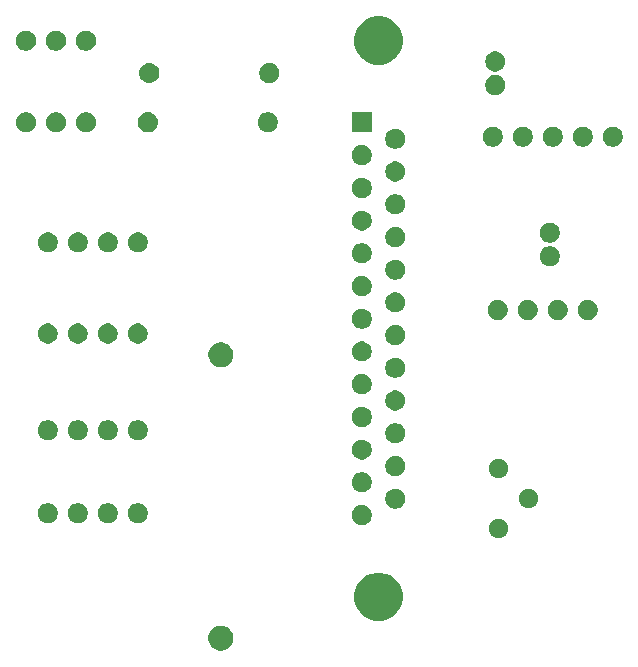
<source format=gbr>
G04 #@! TF.GenerationSoftware,KiCad,Pcbnew,(5.1.0)-1*
G04 #@! TF.CreationDate,2019-06-13T21:54:41+03:00*
G04 #@! TF.ProjectId,Eco-PCB-2,45636f2d-5043-4422-9d32-2e6b69636164,rev?*
G04 #@! TF.SameCoordinates,Original*
G04 #@! TF.FileFunction,Soldermask,Bot*
G04 #@! TF.FilePolarity,Negative*
%FSLAX46Y46*%
G04 Gerber Fmt 4.6, Leading zero omitted, Abs format (unit mm)*
G04 Created by KiCad (PCBNEW (5.1.0)-1) date 2019-06-13 21:54:41*
%MOMM*%
%LPD*%
G04 APERTURE LIST*
%ADD10C,0.100000*%
G04 APERTURE END LIST*
D10*
G36*
X106355364Y-147184189D02*
G01*
X106546633Y-147263415D01*
X106546635Y-147263416D01*
X106718773Y-147378435D01*
X106865165Y-147524827D01*
X106980185Y-147696967D01*
X107059411Y-147888236D01*
X107099800Y-148091284D01*
X107099800Y-148298316D01*
X107059411Y-148501364D01*
X106980185Y-148692633D01*
X106980184Y-148692635D01*
X106865165Y-148864773D01*
X106718773Y-149011165D01*
X106546635Y-149126184D01*
X106546634Y-149126185D01*
X106546633Y-149126185D01*
X106355364Y-149205411D01*
X106152316Y-149245800D01*
X105945284Y-149245800D01*
X105742236Y-149205411D01*
X105550967Y-149126185D01*
X105550966Y-149126185D01*
X105550965Y-149126184D01*
X105378827Y-149011165D01*
X105232435Y-148864773D01*
X105117416Y-148692635D01*
X105117415Y-148692633D01*
X105038189Y-148501364D01*
X104997800Y-148298316D01*
X104997800Y-148091284D01*
X105038189Y-147888236D01*
X105117415Y-147696967D01*
X105232435Y-147524827D01*
X105378827Y-147378435D01*
X105550965Y-147263416D01*
X105550967Y-147263415D01*
X105742236Y-147184189D01*
X105945284Y-147143800D01*
X106152316Y-147143800D01*
X106355364Y-147184189D01*
X106355364Y-147184189D01*
G37*
G36*
X120003654Y-142731618D02*
G01*
X120376911Y-142886226D01*
X120376913Y-142886227D01*
X120712836Y-143110684D01*
X120998516Y-143396364D01*
X121222974Y-143732289D01*
X121377582Y-144105546D01*
X121456400Y-144501793D01*
X121456400Y-144905807D01*
X121377582Y-145302054D01*
X121222974Y-145675311D01*
X121222973Y-145675313D01*
X120998516Y-146011236D01*
X120712836Y-146296916D01*
X120376913Y-146521373D01*
X120376912Y-146521374D01*
X120376911Y-146521374D01*
X120003654Y-146675982D01*
X119607407Y-146754800D01*
X119203393Y-146754800D01*
X118807146Y-146675982D01*
X118433889Y-146521374D01*
X118433888Y-146521374D01*
X118433887Y-146521373D01*
X118097964Y-146296916D01*
X117812284Y-146011236D01*
X117587827Y-145675313D01*
X117587826Y-145675311D01*
X117433218Y-145302054D01*
X117354400Y-144905807D01*
X117354400Y-144501793D01*
X117433218Y-144105546D01*
X117587826Y-143732289D01*
X117812284Y-143396364D01*
X118097964Y-143110684D01*
X118433887Y-142886227D01*
X118433889Y-142886226D01*
X118807146Y-142731618D01*
X119203393Y-142652800D01*
X119607407Y-142652800D01*
X120003654Y-142731618D01*
X120003654Y-142731618D01*
G37*
G36*
X129802542Y-138130842D02*
G01*
X129950501Y-138192129D01*
X130083655Y-138281099D01*
X130196901Y-138394345D01*
X130285871Y-138527499D01*
X130347158Y-138675458D01*
X130378400Y-138832525D01*
X130378400Y-138992675D01*
X130347158Y-139149742D01*
X130285871Y-139297701D01*
X130196901Y-139430855D01*
X130083655Y-139544101D01*
X129950501Y-139633071D01*
X129802542Y-139694358D01*
X129645475Y-139725600D01*
X129485325Y-139725600D01*
X129328258Y-139694358D01*
X129180299Y-139633071D01*
X129047145Y-139544101D01*
X128933899Y-139430855D01*
X128844929Y-139297701D01*
X128783642Y-139149742D01*
X128752400Y-138992675D01*
X128752400Y-138832525D01*
X128783642Y-138675458D01*
X128844929Y-138527499D01*
X128933899Y-138394345D01*
X129047145Y-138281099D01*
X129180299Y-138192129D01*
X129328258Y-138130842D01*
X129485325Y-138099600D01*
X129645475Y-138099600D01*
X129802542Y-138130842D01*
X129802542Y-138130842D01*
G37*
G36*
X118233628Y-136955503D02*
G01*
X118388500Y-137019653D01*
X118527881Y-137112785D01*
X118646415Y-137231319D01*
X118739547Y-137370700D01*
X118803697Y-137525572D01*
X118836400Y-137689984D01*
X118836400Y-137857616D01*
X118803697Y-138022028D01*
X118739547Y-138176900D01*
X118646415Y-138316281D01*
X118527881Y-138434815D01*
X118388500Y-138527947D01*
X118233628Y-138592097D01*
X118069216Y-138624800D01*
X117901584Y-138624800D01*
X117737172Y-138592097D01*
X117582300Y-138527947D01*
X117442919Y-138434815D01*
X117324385Y-138316281D01*
X117231253Y-138176900D01*
X117167103Y-138022028D01*
X117134400Y-137857616D01*
X117134400Y-137689984D01*
X117167103Y-137525572D01*
X117231253Y-137370700D01*
X117324385Y-137231319D01*
X117442919Y-137112785D01*
X117582300Y-137019653D01*
X117737172Y-136955503D01*
X117901584Y-136922800D01*
X118069216Y-136922800D01*
X118233628Y-136955503D01*
X118233628Y-136955503D01*
G37*
G36*
X99270128Y-136798903D02*
G01*
X99425000Y-136863053D01*
X99564381Y-136956185D01*
X99682915Y-137074719D01*
X99776047Y-137214100D01*
X99840197Y-137368972D01*
X99872900Y-137533384D01*
X99872900Y-137701016D01*
X99840197Y-137865428D01*
X99776047Y-138020300D01*
X99682915Y-138159681D01*
X99564381Y-138278215D01*
X99425000Y-138371347D01*
X99270128Y-138435497D01*
X99105716Y-138468200D01*
X98938084Y-138468200D01*
X98773672Y-138435497D01*
X98618800Y-138371347D01*
X98479419Y-138278215D01*
X98360885Y-138159681D01*
X98267753Y-138020300D01*
X98203603Y-137865428D01*
X98170900Y-137701016D01*
X98170900Y-137533384D01*
X98203603Y-137368972D01*
X98267753Y-137214100D01*
X98360885Y-137074719D01*
X98479419Y-136956185D01*
X98618800Y-136863053D01*
X98773672Y-136798903D01*
X98938084Y-136766200D01*
X99105716Y-136766200D01*
X99270128Y-136798903D01*
X99270128Y-136798903D01*
G37*
G36*
X96730128Y-136798903D02*
G01*
X96885000Y-136863053D01*
X97024381Y-136956185D01*
X97142915Y-137074719D01*
X97236047Y-137214100D01*
X97300197Y-137368972D01*
X97332900Y-137533384D01*
X97332900Y-137701016D01*
X97300197Y-137865428D01*
X97236047Y-138020300D01*
X97142915Y-138159681D01*
X97024381Y-138278215D01*
X96885000Y-138371347D01*
X96730128Y-138435497D01*
X96565716Y-138468200D01*
X96398084Y-138468200D01*
X96233672Y-138435497D01*
X96078800Y-138371347D01*
X95939419Y-138278215D01*
X95820885Y-138159681D01*
X95727753Y-138020300D01*
X95663603Y-137865428D01*
X95630900Y-137701016D01*
X95630900Y-137533384D01*
X95663603Y-137368972D01*
X95727753Y-137214100D01*
X95820885Y-137074719D01*
X95939419Y-136956185D01*
X96078800Y-136863053D01*
X96233672Y-136798903D01*
X96398084Y-136766200D01*
X96565716Y-136766200D01*
X96730128Y-136798903D01*
X96730128Y-136798903D01*
G37*
G36*
X94190128Y-136798903D02*
G01*
X94345000Y-136863053D01*
X94484381Y-136956185D01*
X94602915Y-137074719D01*
X94696047Y-137214100D01*
X94760197Y-137368972D01*
X94792900Y-137533384D01*
X94792900Y-137701016D01*
X94760197Y-137865428D01*
X94696047Y-138020300D01*
X94602915Y-138159681D01*
X94484381Y-138278215D01*
X94345000Y-138371347D01*
X94190128Y-138435497D01*
X94025716Y-138468200D01*
X93858084Y-138468200D01*
X93693672Y-138435497D01*
X93538800Y-138371347D01*
X93399419Y-138278215D01*
X93280885Y-138159681D01*
X93187753Y-138020300D01*
X93123603Y-137865428D01*
X93090900Y-137701016D01*
X93090900Y-137533384D01*
X93123603Y-137368972D01*
X93187753Y-137214100D01*
X93280885Y-137074719D01*
X93399419Y-136956185D01*
X93538800Y-136863053D01*
X93693672Y-136798903D01*
X93858084Y-136766200D01*
X94025716Y-136766200D01*
X94190128Y-136798903D01*
X94190128Y-136798903D01*
G37*
G36*
X91650128Y-136798903D02*
G01*
X91805000Y-136863053D01*
X91944381Y-136956185D01*
X92062915Y-137074719D01*
X92156047Y-137214100D01*
X92220197Y-137368972D01*
X92252900Y-137533384D01*
X92252900Y-137701016D01*
X92220197Y-137865428D01*
X92156047Y-138020300D01*
X92062915Y-138159681D01*
X91944381Y-138278215D01*
X91805000Y-138371347D01*
X91650128Y-138435497D01*
X91485716Y-138468200D01*
X91318084Y-138468200D01*
X91153672Y-138435497D01*
X90998800Y-138371347D01*
X90859419Y-138278215D01*
X90740885Y-138159681D01*
X90647753Y-138020300D01*
X90583603Y-137865428D01*
X90550900Y-137701016D01*
X90550900Y-137533384D01*
X90583603Y-137368972D01*
X90647753Y-137214100D01*
X90740885Y-137074719D01*
X90859419Y-136956185D01*
X90998800Y-136863053D01*
X91153672Y-136798903D01*
X91318084Y-136766200D01*
X91485716Y-136766200D01*
X91650128Y-136798903D01*
X91650128Y-136798903D01*
G37*
G36*
X121073628Y-135570503D02*
G01*
X121228500Y-135634653D01*
X121367881Y-135727785D01*
X121486415Y-135846319D01*
X121579547Y-135985700D01*
X121643697Y-136140572D01*
X121676400Y-136304984D01*
X121676400Y-136472616D01*
X121643697Y-136637028D01*
X121579547Y-136791900D01*
X121486415Y-136931281D01*
X121367881Y-137049815D01*
X121228500Y-137142947D01*
X121073628Y-137207097D01*
X120909216Y-137239800D01*
X120741584Y-137239800D01*
X120577172Y-137207097D01*
X120422300Y-137142947D01*
X120282919Y-137049815D01*
X120164385Y-136931281D01*
X120071253Y-136791900D01*
X120007103Y-136637028D01*
X119974400Y-136472616D01*
X119974400Y-136304984D01*
X120007103Y-136140572D01*
X120071253Y-135985700D01*
X120164385Y-135846319D01*
X120282919Y-135727785D01*
X120422300Y-135634653D01*
X120577172Y-135570503D01*
X120741584Y-135537800D01*
X120909216Y-135537800D01*
X121073628Y-135570503D01*
X121073628Y-135570503D01*
G37*
G36*
X132342542Y-135590842D02*
G01*
X132490501Y-135652129D01*
X132623655Y-135741099D01*
X132736901Y-135854345D01*
X132825871Y-135987499D01*
X132887158Y-136135458D01*
X132918400Y-136292525D01*
X132918400Y-136452675D01*
X132887158Y-136609742D01*
X132825871Y-136757701D01*
X132736901Y-136890855D01*
X132623655Y-137004101D01*
X132490501Y-137093071D01*
X132342542Y-137154358D01*
X132185475Y-137185600D01*
X132025325Y-137185600D01*
X131868258Y-137154358D01*
X131720299Y-137093071D01*
X131587145Y-137004101D01*
X131473899Y-136890855D01*
X131384929Y-136757701D01*
X131323642Y-136609742D01*
X131292400Y-136452675D01*
X131292400Y-136292525D01*
X131323642Y-136135458D01*
X131384929Y-135987499D01*
X131473899Y-135854345D01*
X131587145Y-135741099D01*
X131720299Y-135652129D01*
X131868258Y-135590842D01*
X132025325Y-135559600D01*
X132185475Y-135559600D01*
X132342542Y-135590842D01*
X132342542Y-135590842D01*
G37*
G36*
X118233628Y-134185503D02*
G01*
X118388500Y-134249653D01*
X118527881Y-134342785D01*
X118646415Y-134461319D01*
X118739547Y-134600700D01*
X118803697Y-134755572D01*
X118836400Y-134919984D01*
X118836400Y-135087616D01*
X118803697Y-135252028D01*
X118739547Y-135406900D01*
X118646415Y-135546281D01*
X118527881Y-135664815D01*
X118388500Y-135757947D01*
X118233628Y-135822097D01*
X118069216Y-135854800D01*
X117901584Y-135854800D01*
X117737172Y-135822097D01*
X117582300Y-135757947D01*
X117442919Y-135664815D01*
X117324385Y-135546281D01*
X117231253Y-135406900D01*
X117167103Y-135252028D01*
X117134400Y-135087616D01*
X117134400Y-134919984D01*
X117167103Y-134755572D01*
X117231253Y-134600700D01*
X117324385Y-134461319D01*
X117442919Y-134342785D01*
X117582300Y-134249653D01*
X117737172Y-134185503D01*
X117901584Y-134152800D01*
X118069216Y-134152800D01*
X118233628Y-134185503D01*
X118233628Y-134185503D01*
G37*
G36*
X129802542Y-133050842D02*
G01*
X129950501Y-133112129D01*
X130083655Y-133201099D01*
X130196901Y-133314345D01*
X130285871Y-133447499D01*
X130347158Y-133595458D01*
X130378400Y-133752525D01*
X130378400Y-133912675D01*
X130347158Y-134069742D01*
X130285871Y-134217701D01*
X130196901Y-134350855D01*
X130083655Y-134464101D01*
X129950501Y-134553071D01*
X129802542Y-134614358D01*
X129645475Y-134645600D01*
X129485325Y-134645600D01*
X129328258Y-134614358D01*
X129180299Y-134553071D01*
X129047145Y-134464101D01*
X128933899Y-134350855D01*
X128844929Y-134217701D01*
X128783642Y-134069742D01*
X128752400Y-133912675D01*
X128752400Y-133752525D01*
X128783642Y-133595458D01*
X128844929Y-133447499D01*
X128933899Y-133314345D01*
X129047145Y-133201099D01*
X129180299Y-133112129D01*
X129328258Y-133050842D01*
X129485325Y-133019600D01*
X129645475Y-133019600D01*
X129802542Y-133050842D01*
X129802542Y-133050842D01*
G37*
G36*
X121073628Y-132800503D02*
G01*
X121228500Y-132864653D01*
X121367881Y-132957785D01*
X121486415Y-133076319D01*
X121579547Y-133215700D01*
X121643697Y-133370572D01*
X121676400Y-133534984D01*
X121676400Y-133702616D01*
X121643697Y-133867028D01*
X121579547Y-134021900D01*
X121486415Y-134161281D01*
X121367881Y-134279815D01*
X121228500Y-134372947D01*
X121073628Y-134437097D01*
X120909216Y-134469800D01*
X120741584Y-134469800D01*
X120577172Y-134437097D01*
X120422300Y-134372947D01*
X120282919Y-134279815D01*
X120164385Y-134161281D01*
X120071253Y-134021900D01*
X120007103Y-133867028D01*
X119974400Y-133702616D01*
X119974400Y-133534984D01*
X120007103Y-133370572D01*
X120071253Y-133215700D01*
X120164385Y-133076319D01*
X120282919Y-132957785D01*
X120422300Y-132864653D01*
X120577172Y-132800503D01*
X120741584Y-132767800D01*
X120909216Y-132767800D01*
X121073628Y-132800503D01*
X121073628Y-132800503D01*
G37*
G36*
X118233628Y-131415503D02*
G01*
X118388500Y-131479653D01*
X118527881Y-131572785D01*
X118646415Y-131691319D01*
X118739547Y-131830700D01*
X118803697Y-131985572D01*
X118836400Y-132149984D01*
X118836400Y-132317616D01*
X118803697Y-132482028D01*
X118739547Y-132636900D01*
X118646415Y-132776281D01*
X118527881Y-132894815D01*
X118388500Y-132987947D01*
X118233628Y-133052097D01*
X118069216Y-133084800D01*
X117901584Y-133084800D01*
X117737172Y-133052097D01*
X117582300Y-132987947D01*
X117442919Y-132894815D01*
X117324385Y-132776281D01*
X117231253Y-132636900D01*
X117167103Y-132482028D01*
X117134400Y-132317616D01*
X117134400Y-132149984D01*
X117167103Y-131985572D01*
X117231253Y-131830700D01*
X117324385Y-131691319D01*
X117442919Y-131572785D01*
X117582300Y-131479653D01*
X117737172Y-131415503D01*
X117901584Y-131382800D01*
X118069216Y-131382800D01*
X118233628Y-131415503D01*
X118233628Y-131415503D01*
G37*
G36*
X121073628Y-130030503D02*
G01*
X121228500Y-130094653D01*
X121367881Y-130187785D01*
X121486415Y-130306319D01*
X121579547Y-130445700D01*
X121643697Y-130600572D01*
X121676400Y-130764984D01*
X121676400Y-130932616D01*
X121643697Y-131097028D01*
X121579547Y-131251900D01*
X121486415Y-131391281D01*
X121367881Y-131509815D01*
X121228500Y-131602947D01*
X121073628Y-131667097D01*
X120909216Y-131699800D01*
X120741584Y-131699800D01*
X120577172Y-131667097D01*
X120422300Y-131602947D01*
X120282919Y-131509815D01*
X120164385Y-131391281D01*
X120071253Y-131251900D01*
X120007103Y-131097028D01*
X119974400Y-130932616D01*
X119974400Y-130764984D01*
X120007103Y-130600572D01*
X120071253Y-130445700D01*
X120164385Y-130306319D01*
X120282919Y-130187785D01*
X120422300Y-130094653D01*
X120577172Y-130030503D01*
X120741584Y-129997800D01*
X120909216Y-129997800D01*
X121073628Y-130030503D01*
X121073628Y-130030503D01*
G37*
G36*
X99270128Y-129779903D02*
G01*
X99425000Y-129844053D01*
X99564381Y-129937185D01*
X99682915Y-130055719D01*
X99776047Y-130195100D01*
X99840197Y-130349972D01*
X99872900Y-130514384D01*
X99872900Y-130682016D01*
X99840197Y-130846428D01*
X99776047Y-131001300D01*
X99682915Y-131140681D01*
X99564381Y-131259215D01*
X99425000Y-131352347D01*
X99270128Y-131416497D01*
X99105716Y-131449200D01*
X98938084Y-131449200D01*
X98773672Y-131416497D01*
X98618800Y-131352347D01*
X98479419Y-131259215D01*
X98360885Y-131140681D01*
X98267753Y-131001300D01*
X98203603Y-130846428D01*
X98170900Y-130682016D01*
X98170900Y-130514384D01*
X98203603Y-130349972D01*
X98267753Y-130195100D01*
X98360885Y-130055719D01*
X98479419Y-129937185D01*
X98618800Y-129844053D01*
X98773672Y-129779903D01*
X98938084Y-129747200D01*
X99105716Y-129747200D01*
X99270128Y-129779903D01*
X99270128Y-129779903D01*
G37*
G36*
X96730128Y-129779903D02*
G01*
X96885000Y-129844053D01*
X97024381Y-129937185D01*
X97142915Y-130055719D01*
X97236047Y-130195100D01*
X97300197Y-130349972D01*
X97332900Y-130514384D01*
X97332900Y-130682016D01*
X97300197Y-130846428D01*
X97236047Y-131001300D01*
X97142915Y-131140681D01*
X97024381Y-131259215D01*
X96885000Y-131352347D01*
X96730128Y-131416497D01*
X96565716Y-131449200D01*
X96398084Y-131449200D01*
X96233672Y-131416497D01*
X96078800Y-131352347D01*
X95939419Y-131259215D01*
X95820885Y-131140681D01*
X95727753Y-131001300D01*
X95663603Y-130846428D01*
X95630900Y-130682016D01*
X95630900Y-130514384D01*
X95663603Y-130349972D01*
X95727753Y-130195100D01*
X95820885Y-130055719D01*
X95939419Y-129937185D01*
X96078800Y-129844053D01*
X96233672Y-129779903D01*
X96398084Y-129747200D01*
X96565716Y-129747200D01*
X96730128Y-129779903D01*
X96730128Y-129779903D01*
G37*
G36*
X94190128Y-129779903D02*
G01*
X94345000Y-129844053D01*
X94484381Y-129937185D01*
X94602915Y-130055719D01*
X94696047Y-130195100D01*
X94760197Y-130349972D01*
X94792900Y-130514384D01*
X94792900Y-130682016D01*
X94760197Y-130846428D01*
X94696047Y-131001300D01*
X94602915Y-131140681D01*
X94484381Y-131259215D01*
X94345000Y-131352347D01*
X94190128Y-131416497D01*
X94025716Y-131449200D01*
X93858084Y-131449200D01*
X93693672Y-131416497D01*
X93538800Y-131352347D01*
X93399419Y-131259215D01*
X93280885Y-131140681D01*
X93187753Y-131001300D01*
X93123603Y-130846428D01*
X93090900Y-130682016D01*
X93090900Y-130514384D01*
X93123603Y-130349972D01*
X93187753Y-130195100D01*
X93280885Y-130055719D01*
X93399419Y-129937185D01*
X93538800Y-129844053D01*
X93693672Y-129779903D01*
X93858084Y-129747200D01*
X94025716Y-129747200D01*
X94190128Y-129779903D01*
X94190128Y-129779903D01*
G37*
G36*
X91650128Y-129779903D02*
G01*
X91805000Y-129844053D01*
X91944381Y-129937185D01*
X92062915Y-130055719D01*
X92156047Y-130195100D01*
X92220197Y-130349972D01*
X92252900Y-130514384D01*
X92252900Y-130682016D01*
X92220197Y-130846428D01*
X92156047Y-131001300D01*
X92062915Y-131140681D01*
X91944381Y-131259215D01*
X91805000Y-131352347D01*
X91650128Y-131416497D01*
X91485716Y-131449200D01*
X91318084Y-131449200D01*
X91153672Y-131416497D01*
X90998800Y-131352347D01*
X90859419Y-131259215D01*
X90740885Y-131140681D01*
X90647753Y-131001300D01*
X90583603Y-130846428D01*
X90550900Y-130682016D01*
X90550900Y-130514384D01*
X90583603Y-130349972D01*
X90647753Y-130195100D01*
X90740885Y-130055719D01*
X90859419Y-129937185D01*
X90998800Y-129844053D01*
X91153672Y-129779903D01*
X91318084Y-129747200D01*
X91485716Y-129747200D01*
X91650128Y-129779903D01*
X91650128Y-129779903D01*
G37*
G36*
X118233628Y-128645503D02*
G01*
X118388500Y-128709653D01*
X118527881Y-128802785D01*
X118646415Y-128921319D01*
X118739547Y-129060700D01*
X118803697Y-129215572D01*
X118836400Y-129379984D01*
X118836400Y-129547616D01*
X118803697Y-129712028D01*
X118739547Y-129866900D01*
X118646415Y-130006281D01*
X118527881Y-130124815D01*
X118388500Y-130217947D01*
X118233628Y-130282097D01*
X118069216Y-130314800D01*
X117901584Y-130314800D01*
X117737172Y-130282097D01*
X117582300Y-130217947D01*
X117442919Y-130124815D01*
X117324385Y-130006281D01*
X117231253Y-129866900D01*
X117167103Y-129712028D01*
X117134400Y-129547616D01*
X117134400Y-129379984D01*
X117167103Y-129215572D01*
X117231253Y-129060700D01*
X117324385Y-128921319D01*
X117442919Y-128802785D01*
X117582300Y-128709653D01*
X117737172Y-128645503D01*
X117901584Y-128612800D01*
X118069216Y-128612800D01*
X118233628Y-128645503D01*
X118233628Y-128645503D01*
G37*
G36*
X121073628Y-127260503D02*
G01*
X121228500Y-127324653D01*
X121367881Y-127417785D01*
X121486415Y-127536319D01*
X121579547Y-127675700D01*
X121643697Y-127830572D01*
X121676400Y-127994984D01*
X121676400Y-128162616D01*
X121643697Y-128327028D01*
X121579547Y-128481900D01*
X121486415Y-128621281D01*
X121367881Y-128739815D01*
X121228500Y-128832947D01*
X121073628Y-128897097D01*
X120909216Y-128929800D01*
X120741584Y-128929800D01*
X120577172Y-128897097D01*
X120422300Y-128832947D01*
X120282919Y-128739815D01*
X120164385Y-128621281D01*
X120071253Y-128481900D01*
X120007103Y-128327028D01*
X119974400Y-128162616D01*
X119974400Y-127994984D01*
X120007103Y-127830572D01*
X120071253Y-127675700D01*
X120164385Y-127536319D01*
X120282919Y-127417785D01*
X120422300Y-127324653D01*
X120577172Y-127260503D01*
X120741584Y-127227800D01*
X120909216Y-127227800D01*
X121073628Y-127260503D01*
X121073628Y-127260503D01*
G37*
G36*
X118233628Y-125875503D02*
G01*
X118388500Y-125939653D01*
X118527881Y-126032785D01*
X118646415Y-126151319D01*
X118739547Y-126290700D01*
X118803697Y-126445572D01*
X118836400Y-126609984D01*
X118836400Y-126777616D01*
X118803697Y-126942028D01*
X118739547Y-127096900D01*
X118646415Y-127236281D01*
X118527881Y-127354815D01*
X118388500Y-127447947D01*
X118233628Y-127512097D01*
X118069216Y-127544800D01*
X117901584Y-127544800D01*
X117737172Y-127512097D01*
X117582300Y-127447947D01*
X117442919Y-127354815D01*
X117324385Y-127236281D01*
X117231253Y-127096900D01*
X117167103Y-126942028D01*
X117134400Y-126777616D01*
X117134400Y-126609984D01*
X117167103Y-126445572D01*
X117231253Y-126290700D01*
X117324385Y-126151319D01*
X117442919Y-126032785D01*
X117582300Y-125939653D01*
X117737172Y-125875503D01*
X117901584Y-125842800D01*
X118069216Y-125842800D01*
X118233628Y-125875503D01*
X118233628Y-125875503D01*
G37*
G36*
X121073628Y-124490503D02*
G01*
X121228500Y-124554653D01*
X121367881Y-124647785D01*
X121486415Y-124766319D01*
X121579547Y-124905700D01*
X121643697Y-125060572D01*
X121676400Y-125224984D01*
X121676400Y-125392616D01*
X121643697Y-125557028D01*
X121579547Y-125711900D01*
X121486415Y-125851281D01*
X121367881Y-125969815D01*
X121228500Y-126062947D01*
X121073628Y-126127097D01*
X120909216Y-126159800D01*
X120741584Y-126159800D01*
X120577172Y-126127097D01*
X120422300Y-126062947D01*
X120282919Y-125969815D01*
X120164385Y-125851281D01*
X120071253Y-125711900D01*
X120007103Y-125557028D01*
X119974400Y-125392616D01*
X119974400Y-125224984D01*
X120007103Y-125060572D01*
X120071253Y-124905700D01*
X120164385Y-124766319D01*
X120282919Y-124647785D01*
X120422300Y-124554653D01*
X120577172Y-124490503D01*
X120741584Y-124457800D01*
X120909216Y-124457800D01*
X121073628Y-124490503D01*
X121073628Y-124490503D01*
G37*
G36*
X106355364Y-123184189D02*
G01*
X106522937Y-123253600D01*
X106546635Y-123263416D01*
X106718773Y-123378435D01*
X106865165Y-123524827D01*
X106965890Y-123675572D01*
X106980185Y-123696967D01*
X107059411Y-123888236D01*
X107099800Y-124091284D01*
X107099800Y-124298316D01*
X107059411Y-124501364D01*
X106986268Y-124677947D01*
X106980184Y-124692635D01*
X106865165Y-124864773D01*
X106718773Y-125011165D01*
X106546635Y-125126184D01*
X106546634Y-125126185D01*
X106546633Y-125126185D01*
X106355364Y-125205411D01*
X106152316Y-125245800D01*
X105945284Y-125245800D01*
X105742236Y-125205411D01*
X105550967Y-125126185D01*
X105550966Y-125126185D01*
X105550965Y-125126184D01*
X105378827Y-125011165D01*
X105232435Y-124864773D01*
X105117416Y-124692635D01*
X105111332Y-124677947D01*
X105038189Y-124501364D01*
X104997800Y-124298316D01*
X104997800Y-124091284D01*
X105038189Y-123888236D01*
X105117415Y-123696967D01*
X105131711Y-123675572D01*
X105232435Y-123524827D01*
X105378827Y-123378435D01*
X105550965Y-123263416D01*
X105574663Y-123253600D01*
X105742236Y-123184189D01*
X105945284Y-123143800D01*
X106152316Y-123143800D01*
X106355364Y-123184189D01*
X106355364Y-123184189D01*
G37*
G36*
X118233628Y-123105503D02*
G01*
X118388500Y-123169653D01*
X118527881Y-123262785D01*
X118646415Y-123381319D01*
X118739547Y-123520700D01*
X118803697Y-123675572D01*
X118836400Y-123839984D01*
X118836400Y-124007616D01*
X118803697Y-124172028D01*
X118739547Y-124326900D01*
X118646415Y-124466281D01*
X118527881Y-124584815D01*
X118388500Y-124677947D01*
X118233628Y-124742097D01*
X118069216Y-124774800D01*
X117901584Y-124774800D01*
X117737172Y-124742097D01*
X117582300Y-124677947D01*
X117442919Y-124584815D01*
X117324385Y-124466281D01*
X117231253Y-124326900D01*
X117167103Y-124172028D01*
X117134400Y-124007616D01*
X117134400Y-123839984D01*
X117167103Y-123675572D01*
X117231253Y-123520700D01*
X117324385Y-123381319D01*
X117442919Y-123262785D01*
X117582300Y-123169653D01*
X117737172Y-123105503D01*
X117901584Y-123072800D01*
X118069216Y-123072800D01*
X118233628Y-123105503D01*
X118233628Y-123105503D01*
G37*
G36*
X121073628Y-121720503D02*
G01*
X121228500Y-121784653D01*
X121367881Y-121877785D01*
X121486415Y-121996319D01*
X121579547Y-122135700D01*
X121643697Y-122290572D01*
X121676400Y-122454984D01*
X121676400Y-122622616D01*
X121643697Y-122787028D01*
X121579547Y-122941900D01*
X121486415Y-123081281D01*
X121367881Y-123199815D01*
X121228500Y-123292947D01*
X121073628Y-123357097D01*
X120909216Y-123389800D01*
X120741584Y-123389800D01*
X120577172Y-123357097D01*
X120422300Y-123292947D01*
X120282919Y-123199815D01*
X120164385Y-123081281D01*
X120071253Y-122941900D01*
X120007103Y-122787028D01*
X119974400Y-122622616D01*
X119974400Y-122454984D01*
X120007103Y-122290572D01*
X120071253Y-122135700D01*
X120164385Y-121996319D01*
X120282919Y-121877785D01*
X120422300Y-121784653D01*
X120577172Y-121720503D01*
X120741584Y-121687800D01*
X120909216Y-121687800D01*
X121073628Y-121720503D01*
X121073628Y-121720503D01*
G37*
G36*
X96717428Y-121584303D02*
G01*
X96872300Y-121648453D01*
X97011681Y-121741585D01*
X97130215Y-121860119D01*
X97223347Y-121999500D01*
X97287497Y-122154372D01*
X97320200Y-122318784D01*
X97320200Y-122486416D01*
X97287497Y-122650828D01*
X97223347Y-122805700D01*
X97130215Y-122945081D01*
X97011681Y-123063615D01*
X96872300Y-123156747D01*
X96717428Y-123220897D01*
X96553016Y-123253600D01*
X96385384Y-123253600D01*
X96220972Y-123220897D01*
X96066100Y-123156747D01*
X95926719Y-123063615D01*
X95808185Y-122945081D01*
X95715053Y-122805700D01*
X95650903Y-122650828D01*
X95618200Y-122486416D01*
X95618200Y-122318784D01*
X95650903Y-122154372D01*
X95715053Y-121999500D01*
X95808185Y-121860119D01*
X95926719Y-121741585D01*
X96066100Y-121648453D01*
X96220972Y-121584303D01*
X96385384Y-121551600D01*
X96553016Y-121551600D01*
X96717428Y-121584303D01*
X96717428Y-121584303D01*
G37*
G36*
X99257428Y-121584303D02*
G01*
X99412300Y-121648453D01*
X99551681Y-121741585D01*
X99670215Y-121860119D01*
X99763347Y-121999500D01*
X99827497Y-122154372D01*
X99860200Y-122318784D01*
X99860200Y-122486416D01*
X99827497Y-122650828D01*
X99763347Y-122805700D01*
X99670215Y-122945081D01*
X99551681Y-123063615D01*
X99412300Y-123156747D01*
X99257428Y-123220897D01*
X99093016Y-123253600D01*
X98925384Y-123253600D01*
X98760972Y-123220897D01*
X98606100Y-123156747D01*
X98466719Y-123063615D01*
X98348185Y-122945081D01*
X98255053Y-122805700D01*
X98190903Y-122650828D01*
X98158200Y-122486416D01*
X98158200Y-122318784D01*
X98190903Y-122154372D01*
X98255053Y-121999500D01*
X98348185Y-121860119D01*
X98466719Y-121741585D01*
X98606100Y-121648453D01*
X98760972Y-121584303D01*
X98925384Y-121551600D01*
X99093016Y-121551600D01*
X99257428Y-121584303D01*
X99257428Y-121584303D01*
G37*
G36*
X94177428Y-121584303D02*
G01*
X94332300Y-121648453D01*
X94471681Y-121741585D01*
X94590215Y-121860119D01*
X94683347Y-121999500D01*
X94747497Y-122154372D01*
X94780200Y-122318784D01*
X94780200Y-122486416D01*
X94747497Y-122650828D01*
X94683347Y-122805700D01*
X94590215Y-122945081D01*
X94471681Y-123063615D01*
X94332300Y-123156747D01*
X94177428Y-123220897D01*
X94013016Y-123253600D01*
X93845384Y-123253600D01*
X93680972Y-123220897D01*
X93526100Y-123156747D01*
X93386719Y-123063615D01*
X93268185Y-122945081D01*
X93175053Y-122805700D01*
X93110903Y-122650828D01*
X93078200Y-122486416D01*
X93078200Y-122318784D01*
X93110903Y-122154372D01*
X93175053Y-121999500D01*
X93268185Y-121860119D01*
X93386719Y-121741585D01*
X93526100Y-121648453D01*
X93680972Y-121584303D01*
X93845384Y-121551600D01*
X94013016Y-121551600D01*
X94177428Y-121584303D01*
X94177428Y-121584303D01*
G37*
G36*
X91637428Y-121584303D02*
G01*
X91792300Y-121648453D01*
X91931681Y-121741585D01*
X92050215Y-121860119D01*
X92143347Y-121999500D01*
X92207497Y-122154372D01*
X92240200Y-122318784D01*
X92240200Y-122486416D01*
X92207497Y-122650828D01*
X92143347Y-122805700D01*
X92050215Y-122945081D01*
X91931681Y-123063615D01*
X91792300Y-123156747D01*
X91637428Y-123220897D01*
X91473016Y-123253600D01*
X91305384Y-123253600D01*
X91140972Y-123220897D01*
X90986100Y-123156747D01*
X90846719Y-123063615D01*
X90728185Y-122945081D01*
X90635053Y-122805700D01*
X90570903Y-122650828D01*
X90538200Y-122486416D01*
X90538200Y-122318784D01*
X90570903Y-122154372D01*
X90635053Y-121999500D01*
X90728185Y-121860119D01*
X90846719Y-121741585D01*
X90986100Y-121648453D01*
X91140972Y-121584303D01*
X91305384Y-121551600D01*
X91473016Y-121551600D01*
X91637428Y-121584303D01*
X91637428Y-121584303D01*
G37*
G36*
X118233628Y-120335503D02*
G01*
X118388500Y-120399653D01*
X118527881Y-120492785D01*
X118646415Y-120611319D01*
X118739547Y-120750700D01*
X118803697Y-120905572D01*
X118836400Y-121069984D01*
X118836400Y-121237616D01*
X118803697Y-121402028D01*
X118739547Y-121556900D01*
X118646415Y-121696281D01*
X118527881Y-121814815D01*
X118388500Y-121907947D01*
X118233628Y-121972097D01*
X118069216Y-122004800D01*
X117901584Y-122004800D01*
X117737172Y-121972097D01*
X117582300Y-121907947D01*
X117442919Y-121814815D01*
X117324385Y-121696281D01*
X117231253Y-121556900D01*
X117167103Y-121402028D01*
X117134400Y-121237616D01*
X117134400Y-121069984D01*
X117167103Y-120905572D01*
X117231253Y-120750700D01*
X117324385Y-120611319D01*
X117442919Y-120492785D01*
X117582300Y-120399653D01*
X117737172Y-120335503D01*
X117901584Y-120302800D01*
X118069216Y-120302800D01*
X118233628Y-120335503D01*
X118233628Y-120335503D01*
G37*
G36*
X137357428Y-119603103D02*
G01*
X137512300Y-119667253D01*
X137651681Y-119760385D01*
X137770215Y-119878919D01*
X137863347Y-120018300D01*
X137927497Y-120173172D01*
X137960200Y-120337584D01*
X137960200Y-120505216D01*
X137927497Y-120669628D01*
X137863347Y-120824500D01*
X137770215Y-120963881D01*
X137651681Y-121082415D01*
X137512300Y-121175547D01*
X137357428Y-121239697D01*
X137193016Y-121272400D01*
X137025384Y-121272400D01*
X136860972Y-121239697D01*
X136706100Y-121175547D01*
X136566719Y-121082415D01*
X136448185Y-120963881D01*
X136355053Y-120824500D01*
X136290903Y-120669628D01*
X136258200Y-120505216D01*
X136258200Y-120337584D01*
X136290903Y-120173172D01*
X136355053Y-120018300D01*
X136448185Y-119878919D01*
X136566719Y-119760385D01*
X136706100Y-119667253D01*
X136860972Y-119603103D01*
X137025384Y-119570400D01*
X137193016Y-119570400D01*
X137357428Y-119603103D01*
X137357428Y-119603103D01*
G37*
G36*
X132277428Y-119603103D02*
G01*
X132432300Y-119667253D01*
X132571681Y-119760385D01*
X132690215Y-119878919D01*
X132783347Y-120018300D01*
X132847497Y-120173172D01*
X132880200Y-120337584D01*
X132880200Y-120505216D01*
X132847497Y-120669628D01*
X132783347Y-120824500D01*
X132690215Y-120963881D01*
X132571681Y-121082415D01*
X132432300Y-121175547D01*
X132277428Y-121239697D01*
X132113016Y-121272400D01*
X131945384Y-121272400D01*
X131780972Y-121239697D01*
X131626100Y-121175547D01*
X131486719Y-121082415D01*
X131368185Y-120963881D01*
X131275053Y-120824500D01*
X131210903Y-120669628D01*
X131178200Y-120505216D01*
X131178200Y-120337584D01*
X131210903Y-120173172D01*
X131275053Y-120018300D01*
X131368185Y-119878919D01*
X131486719Y-119760385D01*
X131626100Y-119667253D01*
X131780972Y-119603103D01*
X131945384Y-119570400D01*
X132113016Y-119570400D01*
X132277428Y-119603103D01*
X132277428Y-119603103D01*
G37*
G36*
X134817428Y-119603103D02*
G01*
X134972300Y-119667253D01*
X135111681Y-119760385D01*
X135230215Y-119878919D01*
X135323347Y-120018300D01*
X135387497Y-120173172D01*
X135420200Y-120337584D01*
X135420200Y-120505216D01*
X135387497Y-120669628D01*
X135323347Y-120824500D01*
X135230215Y-120963881D01*
X135111681Y-121082415D01*
X134972300Y-121175547D01*
X134817428Y-121239697D01*
X134653016Y-121272400D01*
X134485384Y-121272400D01*
X134320972Y-121239697D01*
X134166100Y-121175547D01*
X134026719Y-121082415D01*
X133908185Y-120963881D01*
X133815053Y-120824500D01*
X133750903Y-120669628D01*
X133718200Y-120505216D01*
X133718200Y-120337584D01*
X133750903Y-120173172D01*
X133815053Y-120018300D01*
X133908185Y-119878919D01*
X134026719Y-119760385D01*
X134166100Y-119667253D01*
X134320972Y-119603103D01*
X134485384Y-119570400D01*
X134653016Y-119570400D01*
X134817428Y-119603103D01*
X134817428Y-119603103D01*
G37*
G36*
X129737428Y-119603103D02*
G01*
X129892300Y-119667253D01*
X130031681Y-119760385D01*
X130150215Y-119878919D01*
X130243347Y-120018300D01*
X130307497Y-120173172D01*
X130340200Y-120337584D01*
X130340200Y-120505216D01*
X130307497Y-120669628D01*
X130243347Y-120824500D01*
X130150215Y-120963881D01*
X130031681Y-121082415D01*
X129892300Y-121175547D01*
X129737428Y-121239697D01*
X129573016Y-121272400D01*
X129405384Y-121272400D01*
X129240972Y-121239697D01*
X129086100Y-121175547D01*
X128946719Y-121082415D01*
X128828185Y-120963881D01*
X128735053Y-120824500D01*
X128670903Y-120669628D01*
X128638200Y-120505216D01*
X128638200Y-120337584D01*
X128670903Y-120173172D01*
X128735053Y-120018300D01*
X128828185Y-119878919D01*
X128946719Y-119760385D01*
X129086100Y-119667253D01*
X129240972Y-119603103D01*
X129405384Y-119570400D01*
X129573016Y-119570400D01*
X129737428Y-119603103D01*
X129737428Y-119603103D01*
G37*
G36*
X121073628Y-118950503D02*
G01*
X121228500Y-119014653D01*
X121367881Y-119107785D01*
X121486415Y-119226319D01*
X121579547Y-119365700D01*
X121643697Y-119520572D01*
X121676400Y-119684984D01*
X121676400Y-119852616D01*
X121643697Y-120017028D01*
X121579547Y-120171900D01*
X121486415Y-120311281D01*
X121367881Y-120429815D01*
X121228500Y-120522947D01*
X121073628Y-120587097D01*
X120909216Y-120619800D01*
X120741584Y-120619800D01*
X120577172Y-120587097D01*
X120422300Y-120522947D01*
X120282919Y-120429815D01*
X120164385Y-120311281D01*
X120071253Y-120171900D01*
X120007103Y-120017028D01*
X119974400Y-119852616D01*
X119974400Y-119684984D01*
X120007103Y-119520572D01*
X120071253Y-119365700D01*
X120164385Y-119226319D01*
X120282919Y-119107785D01*
X120422300Y-119014653D01*
X120577172Y-118950503D01*
X120741584Y-118917800D01*
X120909216Y-118917800D01*
X121073628Y-118950503D01*
X121073628Y-118950503D01*
G37*
G36*
X118233628Y-117565503D02*
G01*
X118388500Y-117629653D01*
X118527881Y-117722785D01*
X118646415Y-117841319D01*
X118739547Y-117980700D01*
X118803697Y-118135572D01*
X118836400Y-118299984D01*
X118836400Y-118467616D01*
X118803697Y-118632028D01*
X118739547Y-118786900D01*
X118646415Y-118926281D01*
X118527881Y-119044815D01*
X118388500Y-119137947D01*
X118233628Y-119202097D01*
X118069216Y-119234800D01*
X117901584Y-119234800D01*
X117737172Y-119202097D01*
X117582300Y-119137947D01*
X117442919Y-119044815D01*
X117324385Y-118926281D01*
X117231253Y-118786900D01*
X117167103Y-118632028D01*
X117134400Y-118467616D01*
X117134400Y-118299984D01*
X117167103Y-118135572D01*
X117231253Y-117980700D01*
X117324385Y-117841319D01*
X117442919Y-117722785D01*
X117582300Y-117629653D01*
X117737172Y-117565503D01*
X117901584Y-117532800D01*
X118069216Y-117532800D01*
X118233628Y-117565503D01*
X118233628Y-117565503D01*
G37*
G36*
X121073628Y-116180503D02*
G01*
X121228500Y-116244653D01*
X121367881Y-116337785D01*
X121486415Y-116456319D01*
X121579547Y-116595700D01*
X121643697Y-116750572D01*
X121676400Y-116914984D01*
X121676400Y-117082616D01*
X121643697Y-117247028D01*
X121579547Y-117401900D01*
X121486415Y-117541281D01*
X121367881Y-117659815D01*
X121228500Y-117752947D01*
X121073628Y-117817097D01*
X120909216Y-117849800D01*
X120741584Y-117849800D01*
X120577172Y-117817097D01*
X120422300Y-117752947D01*
X120282919Y-117659815D01*
X120164385Y-117541281D01*
X120071253Y-117401900D01*
X120007103Y-117247028D01*
X119974400Y-117082616D01*
X119974400Y-116914984D01*
X120007103Y-116750572D01*
X120071253Y-116595700D01*
X120164385Y-116456319D01*
X120282919Y-116337785D01*
X120422300Y-116244653D01*
X120577172Y-116180503D01*
X120741584Y-116147800D01*
X120909216Y-116147800D01*
X121073628Y-116180503D01*
X121073628Y-116180503D01*
G37*
G36*
X134157028Y-115049903D02*
G01*
X134311900Y-115114053D01*
X134451281Y-115207185D01*
X134569815Y-115325719D01*
X134662947Y-115465100D01*
X134727097Y-115619972D01*
X134759800Y-115784384D01*
X134759800Y-115952016D01*
X134727097Y-116116428D01*
X134662947Y-116271300D01*
X134569815Y-116410681D01*
X134451281Y-116529215D01*
X134311900Y-116622347D01*
X134157028Y-116686497D01*
X133992616Y-116719200D01*
X133824984Y-116719200D01*
X133660572Y-116686497D01*
X133505700Y-116622347D01*
X133366319Y-116529215D01*
X133247785Y-116410681D01*
X133154653Y-116271300D01*
X133090503Y-116116428D01*
X133057800Y-115952016D01*
X133057800Y-115784384D01*
X133090503Y-115619972D01*
X133154653Y-115465100D01*
X133247785Y-115325719D01*
X133366319Y-115207185D01*
X133505700Y-115114053D01*
X133660572Y-115049903D01*
X133824984Y-115017200D01*
X133992616Y-115017200D01*
X134157028Y-115049903D01*
X134157028Y-115049903D01*
G37*
G36*
X118233628Y-114795503D02*
G01*
X118388500Y-114859653D01*
X118527881Y-114952785D01*
X118646415Y-115071319D01*
X118739547Y-115210700D01*
X118803697Y-115365572D01*
X118836400Y-115529984D01*
X118836400Y-115697616D01*
X118803697Y-115862028D01*
X118739547Y-116016900D01*
X118646415Y-116156281D01*
X118527881Y-116274815D01*
X118388500Y-116367947D01*
X118233628Y-116432097D01*
X118069216Y-116464800D01*
X117901584Y-116464800D01*
X117737172Y-116432097D01*
X117582300Y-116367947D01*
X117442919Y-116274815D01*
X117324385Y-116156281D01*
X117231253Y-116016900D01*
X117167103Y-115862028D01*
X117134400Y-115697616D01*
X117134400Y-115529984D01*
X117167103Y-115365572D01*
X117231253Y-115210700D01*
X117324385Y-115071319D01*
X117442919Y-114952785D01*
X117582300Y-114859653D01*
X117737172Y-114795503D01*
X117901584Y-114762800D01*
X118069216Y-114762800D01*
X118233628Y-114795503D01*
X118233628Y-114795503D01*
G37*
G36*
X94190128Y-113875403D02*
G01*
X94345000Y-113939553D01*
X94484381Y-114032685D01*
X94602915Y-114151219D01*
X94696047Y-114290600D01*
X94760197Y-114445472D01*
X94792900Y-114609884D01*
X94792900Y-114777516D01*
X94760197Y-114941928D01*
X94696047Y-115096800D01*
X94602915Y-115236181D01*
X94484381Y-115354715D01*
X94345000Y-115447847D01*
X94190128Y-115511997D01*
X94025716Y-115544700D01*
X93858084Y-115544700D01*
X93693672Y-115511997D01*
X93538800Y-115447847D01*
X93399419Y-115354715D01*
X93280885Y-115236181D01*
X93187753Y-115096800D01*
X93123603Y-114941928D01*
X93090900Y-114777516D01*
X93090900Y-114609884D01*
X93123603Y-114445472D01*
X93187753Y-114290600D01*
X93280885Y-114151219D01*
X93399419Y-114032685D01*
X93538800Y-113939553D01*
X93693672Y-113875403D01*
X93858084Y-113842700D01*
X94025716Y-113842700D01*
X94190128Y-113875403D01*
X94190128Y-113875403D01*
G37*
G36*
X91650128Y-113875403D02*
G01*
X91805000Y-113939553D01*
X91944381Y-114032685D01*
X92062915Y-114151219D01*
X92156047Y-114290600D01*
X92220197Y-114445472D01*
X92252900Y-114609884D01*
X92252900Y-114777516D01*
X92220197Y-114941928D01*
X92156047Y-115096800D01*
X92062915Y-115236181D01*
X91944381Y-115354715D01*
X91805000Y-115447847D01*
X91650128Y-115511997D01*
X91485716Y-115544700D01*
X91318084Y-115544700D01*
X91153672Y-115511997D01*
X90998800Y-115447847D01*
X90859419Y-115354715D01*
X90740885Y-115236181D01*
X90647753Y-115096800D01*
X90583603Y-114941928D01*
X90550900Y-114777516D01*
X90550900Y-114609884D01*
X90583603Y-114445472D01*
X90647753Y-114290600D01*
X90740885Y-114151219D01*
X90859419Y-114032685D01*
X90998800Y-113939553D01*
X91153672Y-113875403D01*
X91318084Y-113842700D01*
X91485716Y-113842700D01*
X91650128Y-113875403D01*
X91650128Y-113875403D01*
G37*
G36*
X99270128Y-113875403D02*
G01*
X99425000Y-113939553D01*
X99564381Y-114032685D01*
X99682915Y-114151219D01*
X99776047Y-114290600D01*
X99840197Y-114445472D01*
X99872900Y-114609884D01*
X99872900Y-114777516D01*
X99840197Y-114941928D01*
X99776047Y-115096800D01*
X99682915Y-115236181D01*
X99564381Y-115354715D01*
X99425000Y-115447847D01*
X99270128Y-115511997D01*
X99105716Y-115544700D01*
X98938084Y-115544700D01*
X98773672Y-115511997D01*
X98618800Y-115447847D01*
X98479419Y-115354715D01*
X98360885Y-115236181D01*
X98267753Y-115096800D01*
X98203603Y-114941928D01*
X98170900Y-114777516D01*
X98170900Y-114609884D01*
X98203603Y-114445472D01*
X98267753Y-114290600D01*
X98360885Y-114151219D01*
X98479419Y-114032685D01*
X98618800Y-113939553D01*
X98773672Y-113875403D01*
X98938084Y-113842700D01*
X99105716Y-113842700D01*
X99270128Y-113875403D01*
X99270128Y-113875403D01*
G37*
G36*
X96730128Y-113875403D02*
G01*
X96885000Y-113939553D01*
X97024381Y-114032685D01*
X97142915Y-114151219D01*
X97236047Y-114290600D01*
X97300197Y-114445472D01*
X97332900Y-114609884D01*
X97332900Y-114777516D01*
X97300197Y-114941928D01*
X97236047Y-115096800D01*
X97142915Y-115236181D01*
X97024381Y-115354715D01*
X96885000Y-115447847D01*
X96730128Y-115511997D01*
X96565716Y-115544700D01*
X96398084Y-115544700D01*
X96233672Y-115511997D01*
X96078800Y-115447847D01*
X95939419Y-115354715D01*
X95820885Y-115236181D01*
X95727753Y-115096800D01*
X95663603Y-114941928D01*
X95630900Y-114777516D01*
X95630900Y-114609884D01*
X95663603Y-114445472D01*
X95727753Y-114290600D01*
X95820885Y-114151219D01*
X95939419Y-114032685D01*
X96078800Y-113939553D01*
X96233672Y-113875403D01*
X96398084Y-113842700D01*
X96565716Y-113842700D01*
X96730128Y-113875403D01*
X96730128Y-113875403D01*
G37*
G36*
X121073628Y-113410503D02*
G01*
X121228500Y-113474653D01*
X121367881Y-113567785D01*
X121486415Y-113686319D01*
X121579547Y-113825700D01*
X121643697Y-113980572D01*
X121676400Y-114144984D01*
X121676400Y-114312616D01*
X121643697Y-114477028D01*
X121579547Y-114631900D01*
X121486415Y-114771281D01*
X121367881Y-114889815D01*
X121228500Y-114982947D01*
X121073628Y-115047097D01*
X120909216Y-115079800D01*
X120741584Y-115079800D01*
X120577172Y-115047097D01*
X120422300Y-114982947D01*
X120282919Y-114889815D01*
X120164385Y-114771281D01*
X120071253Y-114631900D01*
X120007103Y-114477028D01*
X119974400Y-114312616D01*
X119974400Y-114144984D01*
X120007103Y-113980572D01*
X120071253Y-113825700D01*
X120164385Y-113686319D01*
X120282919Y-113567785D01*
X120422300Y-113474653D01*
X120577172Y-113410503D01*
X120741584Y-113377800D01*
X120909216Y-113377800D01*
X121073628Y-113410503D01*
X121073628Y-113410503D01*
G37*
G36*
X134157028Y-113049903D02*
G01*
X134311900Y-113114053D01*
X134451281Y-113207185D01*
X134569815Y-113325719D01*
X134662947Y-113465100D01*
X134727097Y-113619972D01*
X134759800Y-113784384D01*
X134759800Y-113952016D01*
X134727097Y-114116428D01*
X134662947Y-114271300D01*
X134569815Y-114410681D01*
X134451281Y-114529215D01*
X134311900Y-114622347D01*
X134157028Y-114686497D01*
X133992616Y-114719200D01*
X133824984Y-114719200D01*
X133660572Y-114686497D01*
X133505700Y-114622347D01*
X133366319Y-114529215D01*
X133247785Y-114410681D01*
X133154653Y-114271300D01*
X133090503Y-114116428D01*
X133057800Y-113952016D01*
X133057800Y-113784384D01*
X133090503Y-113619972D01*
X133154653Y-113465100D01*
X133247785Y-113325719D01*
X133366319Y-113207185D01*
X133505700Y-113114053D01*
X133660572Y-113049903D01*
X133824984Y-113017200D01*
X133992616Y-113017200D01*
X134157028Y-113049903D01*
X134157028Y-113049903D01*
G37*
G36*
X118233628Y-112025503D02*
G01*
X118388500Y-112089653D01*
X118527881Y-112182785D01*
X118646415Y-112301319D01*
X118739547Y-112440700D01*
X118803697Y-112595572D01*
X118836400Y-112759984D01*
X118836400Y-112927616D01*
X118803697Y-113092028D01*
X118739547Y-113246900D01*
X118646415Y-113386281D01*
X118527881Y-113504815D01*
X118388500Y-113597947D01*
X118233628Y-113662097D01*
X118069216Y-113694800D01*
X117901584Y-113694800D01*
X117737172Y-113662097D01*
X117582300Y-113597947D01*
X117442919Y-113504815D01*
X117324385Y-113386281D01*
X117231253Y-113246900D01*
X117167103Y-113092028D01*
X117134400Y-112927616D01*
X117134400Y-112759984D01*
X117167103Y-112595572D01*
X117231253Y-112440700D01*
X117324385Y-112301319D01*
X117442919Y-112182785D01*
X117582300Y-112089653D01*
X117737172Y-112025503D01*
X117901584Y-111992800D01*
X118069216Y-111992800D01*
X118233628Y-112025503D01*
X118233628Y-112025503D01*
G37*
G36*
X121073628Y-110640503D02*
G01*
X121228500Y-110704653D01*
X121367881Y-110797785D01*
X121486415Y-110916319D01*
X121579547Y-111055700D01*
X121643697Y-111210572D01*
X121676400Y-111374984D01*
X121676400Y-111542616D01*
X121643697Y-111707028D01*
X121579547Y-111861900D01*
X121486415Y-112001281D01*
X121367881Y-112119815D01*
X121228500Y-112212947D01*
X121073628Y-112277097D01*
X120909216Y-112309800D01*
X120741584Y-112309800D01*
X120577172Y-112277097D01*
X120422300Y-112212947D01*
X120282919Y-112119815D01*
X120164385Y-112001281D01*
X120071253Y-111861900D01*
X120007103Y-111707028D01*
X119974400Y-111542616D01*
X119974400Y-111374984D01*
X120007103Y-111210572D01*
X120071253Y-111055700D01*
X120164385Y-110916319D01*
X120282919Y-110797785D01*
X120422300Y-110704653D01*
X120577172Y-110640503D01*
X120741584Y-110607800D01*
X120909216Y-110607800D01*
X121073628Y-110640503D01*
X121073628Y-110640503D01*
G37*
G36*
X118233628Y-109255503D02*
G01*
X118388500Y-109319653D01*
X118527881Y-109412785D01*
X118646415Y-109531319D01*
X118739547Y-109670700D01*
X118803697Y-109825572D01*
X118836400Y-109989984D01*
X118836400Y-110157616D01*
X118803697Y-110322028D01*
X118739547Y-110476900D01*
X118646415Y-110616281D01*
X118527881Y-110734815D01*
X118388500Y-110827947D01*
X118233628Y-110892097D01*
X118069216Y-110924800D01*
X117901584Y-110924800D01*
X117737172Y-110892097D01*
X117582300Y-110827947D01*
X117442919Y-110734815D01*
X117324385Y-110616281D01*
X117231253Y-110476900D01*
X117167103Y-110322028D01*
X117134400Y-110157616D01*
X117134400Y-109989984D01*
X117167103Y-109825572D01*
X117231253Y-109670700D01*
X117324385Y-109531319D01*
X117442919Y-109412785D01*
X117582300Y-109319653D01*
X117737172Y-109255503D01*
X117901584Y-109222800D01*
X118069216Y-109222800D01*
X118233628Y-109255503D01*
X118233628Y-109255503D01*
G37*
G36*
X121073628Y-107870503D02*
G01*
X121228500Y-107934653D01*
X121367881Y-108027785D01*
X121486415Y-108146319D01*
X121579547Y-108285700D01*
X121643697Y-108440572D01*
X121676400Y-108604984D01*
X121676400Y-108772616D01*
X121643697Y-108937028D01*
X121579547Y-109091900D01*
X121486415Y-109231281D01*
X121367881Y-109349815D01*
X121228500Y-109442947D01*
X121073628Y-109507097D01*
X120909216Y-109539800D01*
X120741584Y-109539800D01*
X120577172Y-109507097D01*
X120422300Y-109442947D01*
X120282919Y-109349815D01*
X120164385Y-109231281D01*
X120071253Y-109091900D01*
X120007103Y-108937028D01*
X119974400Y-108772616D01*
X119974400Y-108604984D01*
X120007103Y-108440572D01*
X120071253Y-108285700D01*
X120164385Y-108146319D01*
X120282919Y-108027785D01*
X120422300Y-107934653D01*
X120577172Y-107870503D01*
X120741584Y-107837800D01*
X120909216Y-107837800D01*
X121073628Y-107870503D01*
X121073628Y-107870503D01*
G37*
G36*
X118233628Y-106485503D02*
G01*
X118388500Y-106549653D01*
X118527881Y-106642785D01*
X118646415Y-106761319D01*
X118739547Y-106900700D01*
X118803697Y-107055572D01*
X118836400Y-107219984D01*
X118836400Y-107387616D01*
X118803697Y-107552028D01*
X118739547Y-107706900D01*
X118646415Y-107846281D01*
X118527881Y-107964815D01*
X118388500Y-108057947D01*
X118233628Y-108122097D01*
X118069216Y-108154800D01*
X117901584Y-108154800D01*
X117737172Y-108122097D01*
X117582300Y-108057947D01*
X117442919Y-107964815D01*
X117324385Y-107846281D01*
X117231253Y-107706900D01*
X117167103Y-107552028D01*
X117134400Y-107387616D01*
X117134400Y-107219984D01*
X117167103Y-107055572D01*
X117231253Y-106900700D01*
X117324385Y-106761319D01*
X117442919Y-106642785D01*
X117582300Y-106549653D01*
X117737172Y-106485503D01*
X117901584Y-106452800D01*
X118069216Y-106452800D01*
X118233628Y-106485503D01*
X118233628Y-106485503D01*
G37*
G36*
X121073628Y-105100503D02*
G01*
X121228500Y-105164653D01*
X121367881Y-105257785D01*
X121486415Y-105376319D01*
X121579547Y-105515700D01*
X121643697Y-105670572D01*
X121676400Y-105834984D01*
X121676400Y-106002616D01*
X121643697Y-106167028D01*
X121579547Y-106321900D01*
X121486415Y-106461281D01*
X121367881Y-106579815D01*
X121228500Y-106672947D01*
X121073628Y-106737097D01*
X120909216Y-106769800D01*
X120741584Y-106769800D01*
X120577172Y-106737097D01*
X120422300Y-106672947D01*
X120282919Y-106579815D01*
X120164385Y-106461281D01*
X120071253Y-106321900D01*
X120007103Y-106167028D01*
X119974400Y-106002616D01*
X119974400Y-105834984D01*
X120007103Y-105670572D01*
X120071253Y-105515700D01*
X120164385Y-105376319D01*
X120282919Y-105257785D01*
X120422300Y-105164653D01*
X120577172Y-105100503D01*
X120741584Y-105067800D01*
X120909216Y-105067800D01*
X121073628Y-105100503D01*
X121073628Y-105100503D01*
G37*
G36*
X129331028Y-104920103D02*
G01*
X129485900Y-104984253D01*
X129625281Y-105077385D01*
X129743815Y-105195919D01*
X129836947Y-105335300D01*
X129901097Y-105490172D01*
X129933800Y-105654584D01*
X129933800Y-105822216D01*
X129901097Y-105986628D01*
X129836947Y-106141500D01*
X129743815Y-106280881D01*
X129625281Y-106399415D01*
X129485900Y-106492547D01*
X129331028Y-106556697D01*
X129166616Y-106589400D01*
X128998984Y-106589400D01*
X128834572Y-106556697D01*
X128679700Y-106492547D01*
X128540319Y-106399415D01*
X128421785Y-106280881D01*
X128328653Y-106141500D01*
X128264503Y-105986628D01*
X128231800Y-105822216D01*
X128231800Y-105654584D01*
X128264503Y-105490172D01*
X128328653Y-105335300D01*
X128421785Y-105195919D01*
X128540319Y-105077385D01*
X128679700Y-104984253D01*
X128834572Y-104920103D01*
X128998984Y-104887400D01*
X129166616Y-104887400D01*
X129331028Y-104920103D01*
X129331028Y-104920103D01*
G37*
G36*
X134411028Y-104920103D02*
G01*
X134565900Y-104984253D01*
X134705281Y-105077385D01*
X134823815Y-105195919D01*
X134916947Y-105335300D01*
X134981097Y-105490172D01*
X135013800Y-105654584D01*
X135013800Y-105822216D01*
X134981097Y-105986628D01*
X134916947Y-106141500D01*
X134823815Y-106280881D01*
X134705281Y-106399415D01*
X134565900Y-106492547D01*
X134411028Y-106556697D01*
X134246616Y-106589400D01*
X134078984Y-106589400D01*
X133914572Y-106556697D01*
X133759700Y-106492547D01*
X133620319Y-106399415D01*
X133501785Y-106280881D01*
X133408653Y-106141500D01*
X133344503Y-105986628D01*
X133311800Y-105822216D01*
X133311800Y-105654584D01*
X133344503Y-105490172D01*
X133408653Y-105335300D01*
X133501785Y-105195919D01*
X133620319Y-105077385D01*
X133759700Y-104984253D01*
X133914572Y-104920103D01*
X134078984Y-104887400D01*
X134246616Y-104887400D01*
X134411028Y-104920103D01*
X134411028Y-104920103D01*
G37*
G36*
X139491028Y-104920103D02*
G01*
X139645900Y-104984253D01*
X139785281Y-105077385D01*
X139903815Y-105195919D01*
X139996947Y-105335300D01*
X140061097Y-105490172D01*
X140093800Y-105654584D01*
X140093800Y-105822216D01*
X140061097Y-105986628D01*
X139996947Y-106141500D01*
X139903815Y-106280881D01*
X139785281Y-106399415D01*
X139645900Y-106492547D01*
X139491028Y-106556697D01*
X139326616Y-106589400D01*
X139158984Y-106589400D01*
X138994572Y-106556697D01*
X138839700Y-106492547D01*
X138700319Y-106399415D01*
X138581785Y-106280881D01*
X138488653Y-106141500D01*
X138424503Y-105986628D01*
X138391800Y-105822216D01*
X138391800Y-105654584D01*
X138424503Y-105490172D01*
X138488653Y-105335300D01*
X138581785Y-105195919D01*
X138700319Y-105077385D01*
X138839700Y-104984253D01*
X138994572Y-104920103D01*
X139158984Y-104887400D01*
X139326616Y-104887400D01*
X139491028Y-104920103D01*
X139491028Y-104920103D01*
G37*
G36*
X136951028Y-104920103D02*
G01*
X137105900Y-104984253D01*
X137245281Y-105077385D01*
X137363815Y-105195919D01*
X137456947Y-105335300D01*
X137521097Y-105490172D01*
X137553800Y-105654584D01*
X137553800Y-105822216D01*
X137521097Y-105986628D01*
X137456947Y-106141500D01*
X137363815Y-106280881D01*
X137245281Y-106399415D01*
X137105900Y-106492547D01*
X136951028Y-106556697D01*
X136786616Y-106589400D01*
X136618984Y-106589400D01*
X136454572Y-106556697D01*
X136299700Y-106492547D01*
X136160319Y-106399415D01*
X136041785Y-106280881D01*
X135948653Y-106141500D01*
X135884503Y-105986628D01*
X135851800Y-105822216D01*
X135851800Y-105654584D01*
X135884503Y-105490172D01*
X135948653Y-105335300D01*
X136041785Y-105195919D01*
X136160319Y-105077385D01*
X136299700Y-104984253D01*
X136454572Y-104920103D01*
X136618984Y-104887400D01*
X136786616Y-104887400D01*
X136951028Y-104920103D01*
X136951028Y-104920103D01*
G37*
G36*
X131871028Y-104920103D02*
G01*
X132025900Y-104984253D01*
X132165281Y-105077385D01*
X132283815Y-105195919D01*
X132376947Y-105335300D01*
X132441097Y-105490172D01*
X132473800Y-105654584D01*
X132473800Y-105822216D01*
X132441097Y-105986628D01*
X132376947Y-106141500D01*
X132283815Y-106280881D01*
X132165281Y-106399415D01*
X132025900Y-106492547D01*
X131871028Y-106556697D01*
X131706616Y-106589400D01*
X131538984Y-106589400D01*
X131374572Y-106556697D01*
X131219700Y-106492547D01*
X131080319Y-106399415D01*
X130961785Y-106280881D01*
X130868653Y-106141500D01*
X130804503Y-105986628D01*
X130771800Y-105822216D01*
X130771800Y-105654584D01*
X130804503Y-105490172D01*
X130868653Y-105335300D01*
X130961785Y-105195919D01*
X131080319Y-105077385D01*
X131219700Y-104984253D01*
X131374572Y-104920103D01*
X131538984Y-104887400D01*
X131706616Y-104887400D01*
X131871028Y-104920103D01*
X131871028Y-104920103D01*
G37*
G36*
X118836400Y-105384800D02*
G01*
X117134400Y-105384800D01*
X117134400Y-103682800D01*
X118836400Y-103682800D01*
X118836400Y-105384800D01*
X118836400Y-105384800D01*
G37*
G36*
X110281028Y-103702703D02*
G01*
X110435900Y-103766853D01*
X110575281Y-103859985D01*
X110693815Y-103978519D01*
X110786947Y-104117900D01*
X110851097Y-104272772D01*
X110883800Y-104437184D01*
X110883800Y-104604816D01*
X110851097Y-104769228D01*
X110786947Y-104924100D01*
X110693815Y-105063481D01*
X110575281Y-105182015D01*
X110435900Y-105275147D01*
X110281028Y-105339297D01*
X110116616Y-105372000D01*
X109948984Y-105372000D01*
X109784572Y-105339297D01*
X109629700Y-105275147D01*
X109490319Y-105182015D01*
X109371785Y-105063481D01*
X109278653Y-104924100D01*
X109214503Y-104769228D01*
X109181800Y-104604816D01*
X109181800Y-104437184D01*
X109214503Y-104272772D01*
X109278653Y-104117900D01*
X109371785Y-103978519D01*
X109490319Y-103859985D01*
X109629700Y-103766853D01*
X109784572Y-103702703D01*
X109948984Y-103670000D01*
X110116616Y-103670000D01*
X110281028Y-103702703D01*
X110281028Y-103702703D01*
G37*
G36*
X100039623Y-103682313D02*
G01*
X100200042Y-103730976D01*
X100267161Y-103766852D01*
X100347878Y-103809996D01*
X100477459Y-103916341D01*
X100583804Y-104045922D01*
X100583805Y-104045924D01*
X100662824Y-104193758D01*
X100711487Y-104354177D01*
X100727917Y-104521000D01*
X100711487Y-104687823D01*
X100662824Y-104848242D01*
X100622277Y-104924100D01*
X100583804Y-104996078D01*
X100477459Y-105125659D01*
X100347878Y-105232004D01*
X100347876Y-105232005D01*
X100200042Y-105311024D01*
X100039623Y-105359687D01*
X99914604Y-105372000D01*
X99830996Y-105372000D01*
X99705977Y-105359687D01*
X99545558Y-105311024D01*
X99397724Y-105232005D01*
X99397722Y-105232004D01*
X99268141Y-105125659D01*
X99161796Y-104996078D01*
X99123323Y-104924100D01*
X99082776Y-104848242D01*
X99034113Y-104687823D01*
X99017683Y-104521000D01*
X99034113Y-104354177D01*
X99082776Y-104193758D01*
X99161795Y-104045924D01*
X99161796Y-104045922D01*
X99268141Y-103916341D01*
X99397722Y-103809996D01*
X99478439Y-103766852D01*
X99545558Y-103730976D01*
X99705977Y-103682313D01*
X99830996Y-103670000D01*
X99914604Y-103670000D01*
X100039623Y-103682313D01*
X100039623Y-103682313D01*
G37*
G36*
X89808628Y-103702703D02*
G01*
X89963500Y-103766853D01*
X90102881Y-103859985D01*
X90221415Y-103978519D01*
X90314547Y-104117900D01*
X90378697Y-104272772D01*
X90411400Y-104437184D01*
X90411400Y-104604816D01*
X90378697Y-104769228D01*
X90314547Y-104924100D01*
X90221415Y-105063481D01*
X90102881Y-105182015D01*
X89963500Y-105275147D01*
X89808628Y-105339297D01*
X89644216Y-105372000D01*
X89476584Y-105372000D01*
X89312172Y-105339297D01*
X89157300Y-105275147D01*
X89017919Y-105182015D01*
X88899385Y-105063481D01*
X88806253Y-104924100D01*
X88742103Y-104769228D01*
X88709400Y-104604816D01*
X88709400Y-104437184D01*
X88742103Y-104272772D01*
X88806253Y-104117900D01*
X88899385Y-103978519D01*
X89017919Y-103859985D01*
X89157300Y-103766853D01*
X89312172Y-103702703D01*
X89476584Y-103670000D01*
X89644216Y-103670000D01*
X89808628Y-103702703D01*
X89808628Y-103702703D01*
G37*
G36*
X92348628Y-103702703D02*
G01*
X92503500Y-103766853D01*
X92642881Y-103859985D01*
X92761415Y-103978519D01*
X92854547Y-104117900D01*
X92918697Y-104272772D01*
X92951400Y-104437184D01*
X92951400Y-104604816D01*
X92918697Y-104769228D01*
X92854547Y-104924100D01*
X92761415Y-105063481D01*
X92642881Y-105182015D01*
X92503500Y-105275147D01*
X92348628Y-105339297D01*
X92184216Y-105372000D01*
X92016584Y-105372000D01*
X91852172Y-105339297D01*
X91697300Y-105275147D01*
X91557919Y-105182015D01*
X91439385Y-105063481D01*
X91346253Y-104924100D01*
X91282103Y-104769228D01*
X91249400Y-104604816D01*
X91249400Y-104437184D01*
X91282103Y-104272772D01*
X91346253Y-104117900D01*
X91439385Y-103978519D01*
X91557919Y-103859985D01*
X91697300Y-103766853D01*
X91852172Y-103702703D01*
X92016584Y-103670000D01*
X92184216Y-103670000D01*
X92348628Y-103702703D01*
X92348628Y-103702703D01*
G37*
G36*
X94888628Y-103702703D02*
G01*
X95043500Y-103766853D01*
X95182881Y-103859985D01*
X95301415Y-103978519D01*
X95394547Y-104117900D01*
X95458697Y-104272772D01*
X95491400Y-104437184D01*
X95491400Y-104604816D01*
X95458697Y-104769228D01*
X95394547Y-104924100D01*
X95301415Y-105063481D01*
X95182881Y-105182015D01*
X95043500Y-105275147D01*
X94888628Y-105339297D01*
X94724216Y-105372000D01*
X94556584Y-105372000D01*
X94392172Y-105339297D01*
X94237300Y-105275147D01*
X94097919Y-105182015D01*
X93979385Y-105063481D01*
X93886253Y-104924100D01*
X93822103Y-104769228D01*
X93789400Y-104604816D01*
X93789400Y-104437184D01*
X93822103Y-104272772D01*
X93886253Y-104117900D01*
X93979385Y-103978519D01*
X94097919Y-103859985D01*
X94237300Y-103766853D01*
X94392172Y-103702703D01*
X94556584Y-103670000D01*
X94724216Y-103670000D01*
X94888628Y-103702703D01*
X94888628Y-103702703D01*
G37*
G36*
X129534228Y-100553103D02*
G01*
X129689100Y-100617253D01*
X129828481Y-100710385D01*
X129947015Y-100828919D01*
X130040147Y-100968300D01*
X130104297Y-101123172D01*
X130137000Y-101287584D01*
X130137000Y-101455216D01*
X130104297Y-101619628D01*
X130040147Y-101774500D01*
X129947015Y-101913881D01*
X129828481Y-102032415D01*
X129689100Y-102125547D01*
X129534228Y-102189697D01*
X129369816Y-102222400D01*
X129202184Y-102222400D01*
X129037772Y-102189697D01*
X128882900Y-102125547D01*
X128743519Y-102032415D01*
X128624985Y-101913881D01*
X128531853Y-101774500D01*
X128467703Y-101619628D01*
X128435000Y-101455216D01*
X128435000Y-101287584D01*
X128467703Y-101123172D01*
X128531853Y-100968300D01*
X128624985Y-100828919D01*
X128743519Y-100710385D01*
X128882900Y-100617253D01*
X129037772Y-100553103D01*
X129202184Y-100520400D01*
X129369816Y-100520400D01*
X129534228Y-100553103D01*
X129534228Y-100553103D01*
G37*
G36*
X100166623Y-99516713D02*
G01*
X100327042Y-99565376D01*
X100394161Y-99601252D01*
X100474878Y-99644396D01*
X100604459Y-99750741D01*
X100710804Y-99880322D01*
X100710805Y-99880324D01*
X100789824Y-100028158D01*
X100838487Y-100188577D01*
X100854917Y-100355400D01*
X100838487Y-100522223D01*
X100789824Y-100682642D01*
X100749277Y-100758500D01*
X100710804Y-100830478D01*
X100604459Y-100960059D01*
X100474878Y-101066404D01*
X100474876Y-101066405D01*
X100327042Y-101145424D01*
X100166623Y-101194087D01*
X100041604Y-101206400D01*
X99957996Y-101206400D01*
X99832977Y-101194087D01*
X99672558Y-101145424D01*
X99524724Y-101066405D01*
X99524722Y-101066404D01*
X99395141Y-100960059D01*
X99288796Y-100830478D01*
X99250323Y-100758500D01*
X99209776Y-100682642D01*
X99161113Y-100522223D01*
X99144683Y-100355400D01*
X99161113Y-100188577D01*
X99209776Y-100028158D01*
X99288795Y-99880324D01*
X99288796Y-99880322D01*
X99395141Y-99750741D01*
X99524722Y-99644396D01*
X99605439Y-99601252D01*
X99672558Y-99565376D01*
X99832977Y-99516713D01*
X99957996Y-99504400D01*
X100041604Y-99504400D01*
X100166623Y-99516713D01*
X100166623Y-99516713D01*
G37*
G36*
X110408028Y-99537103D02*
G01*
X110562900Y-99601253D01*
X110702281Y-99694385D01*
X110820815Y-99812919D01*
X110913947Y-99952300D01*
X110978097Y-100107172D01*
X111010800Y-100271584D01*
X111010800Y-100439216D01*
X110978097Y-100603628D01*
X110913947Y-100758500D01*
X110820815Y-100897881D01*
X110702281Y-101016415D01*
X110562900Y-101109547D01*
X110408028Y-101173697D01*
X110243616Y-101206400D01*
X110075984Y-101206400D01*
X109911572Y-101173697D01*
X109756700Y-101109547D01*
X109617319Y-101016415D01*
X109498785Y-100897881D01*
X109405653Y-100758500D01*
X109341503Y-100603628D01*
X109308800Y-100439216D01*
X109308800Y-100271584D01*
X109341503Y-100107172D01*
X109405653Y-99952300D01*
X109498785Y-99812919D01*
X109617319Y-99694385D01*
X109756700Y-99601253D01*
X109911572Y-99537103D01*
X110075984Y-99504400D01*
X110243616Y-99504400D01*
X110408028Y-99537103D01*
X110408028Y-99537103D01*
G37*
G36*
X129534228Y-98553103D02*
G01*
X129689100Y-98617253D01*
X129828481Y-98710385D01*
X129947015Y-98828919D01*
X130040147Y-98968300D01*
X130104297Y-99123172D01*
X130137000Y-99287584D01*
X130137000Y-99455216D01*
X130104297Y-99619628D01*
X130040147Y-99774500D01*
X129947015Y-99913881D01*
X129828481Y-100032415D01*
X129689100Y-100125547D01*
X129534228Y-100189697D01*
X129369816Y-100222400D01*
X129202184Y-100222400D01*
X129037772Y-100189697D01*
X128882900Y-100125547D01*
X128743519Y-100032415D01*
X128624985Y-99913881D01*
X128531853Y-99774500D01*
X128467703Y-99619628D01*
X128435000Y-99455216D01*
X128435000Y-99287584D01*
X128467703Y-99123172D01*
X128531853Y-98968300D01*
X128624985Y-98828919D01*
X128743519Y-98710385D01*
X128882900Y-98617253D01*
X129037772Y-98553103D01*
X129202184Y-98520400D01*
X129369816Y-98520400D01*
X129534228Y-98553103D01*
X129534228Y-98553103D01*
G37*
G36*
X120003654Y-95631618D02*
G01*
X120376911Y-95786226D01*
X120376913Y-95786227D01*
X120712836Y-96010684D01*
X120998516Y-96296364D01*
X121222974Y-96632289D01*
X121377582Y-97005546D01*
X121456400Y-97401793D01*
X121456400Y-97805807D01*
X121377582Y-98202054D01*
X121282958Y-98430497D01*
X121222973Y-98575313D01*
X120998516Y-98911236D01*
X120712836Y-99196916D01*
X120376913Y-99421373D01*
X120376912Y-99421374D01*
X120376911Y-99421374D01*
X120003654Y-99575982D01*
X119607407Y-99654800D01*
X119203393Y-99654800D01*
X118807146Y-99575982D01*
X118433889Y-99421374D01*
X118433888Y-99421374D01*
X118433887Y-99421373D01*
X118097964Y-99196916D01*
X117812284Y-98911236D01*
X117587827Y-98575313D01*
X117527842Y-98430497D01*
X117433218Y-98202054D01*
X117354400Y-97805807D01*
X117354400Y-97401793D01*
X117433218Y-97005546D01*
X117587826Y-96632289D01*
X117812284Y-96296364D01*
X118097964Y-96010684D01*
X118433887Y-95786227D01*
X118433889Y-95786226D01*
X118807146Y-95631618D01*
X119203393Y-95552800D01*
X119607407Y-95552800D01*
X120003654Y-95631618D01*
X120003654Y-95631618D01*
G37*
G36*
X94875928Y-96793903D02*
G01*
X95030800Y-96858053D01*
X95170181Y-96951185D01*
X95288715Y-97069719D01*
X95381847Y-97209100D01*
X95445997Y-97363972D01*
X95478700Y-97528384D01*
X95478700Y-97696016D01*
X95445997Y-97860428D01*
X95381847Y-98015300D01*
X95288715Y-98154681D01*
X95170181Y-98273215D01*
X95030800Y-98366347D01*
X94875928Y-98430497D01*
X94711516Y-98463200D01*
X94543884Y-98463200D01*
X94379472Y-98430497D01*
X94224600Y-98366347D01*
X94085219Y-98273215D01*
X93966685Y-98154681D01*
X93873553Y-98015300D01*
X93809403Y-97860428D01*
X93776700Y-97696016D01*
X93776700Y-97528384D01*
X93809403Y-97363972D01*
X93873553Y-97209100D01*
X93966685Y-97069719D01*
X94085219Y-96951185D01*
X94224600Y-96858053D01*
X94379472Y-96793903D01*
X94543884Y-96761200D01*
X94711516Y-96761200D01*
X94875928Y-96793903D01*
X94875928Y-96793903D01*
G37*
G36*
X92335928Y-96793903D02*
G01*
X92490800Y-96858053D01*
X92630181Y-96951185D01*
X92748715Y-97069719D01*
X92841847Y-97209100D01*
X92905997Y-97363972D01*
X92938700Y-97528384D01*
X92938700Y-97696016D01*
X92905997Y-97860428D01*
X92841847Y-98015300D01*
X92748715Y-98154681D01*
X92630181Y-98273215D01*
X92490800Y-98366347D01*
X92335928Y-98430497D01*
X92171516Y-98463200D01*
X92003884Y-98463200D01*
X91839472Y-98430497D01*
X91684600Y-98366347D01*
X91545219Y-98273215D01*
X91426685Y-98154681D01*
X91333553Y-98015300D01*
X91269403Y-97860428D01*
X91236700Y-97696016D01*
X91236700Y-97528384D01*
X91269403Y-97363972D01*
X91333553Y-97209100D01*
X91426685Y-97069719D01*
X91545219Y-96951185D01*
X91684600Y-96858053D01*
X91839472Y-96793903D01*
X92003884Y-96761200D01*
X92171516Y-96761200D01*
X92335928Y-96793903D01*
X92335928Y-96793903D01*
G37*
G36*
X89795928Y-96793903D02*
G01*
X89950800Y-96858053D01*
X90090181Y-96951185D01*
X90208715Y-97069719D01*
X90301847Y-97209100D01*
X90365997Y-97363972D01*
X90398700Y-97528384D01*
X90398700Y-97696016D01*
X90365997Y-97860428D01*
X90301847Y-98015300D01*
X90208715Y-98154681D01*
X90090181Y-98273215D01*
X89950800Y-98366347D01*
X89795928Y-98430497D01*
X89631516Y-98463200D01*
X89463884Y-98463200D01*
X89299472Y-98430497D01*
X89144600Y-98366347D01*
X89005219Y-98273215D01*
X88886685Y-98154681D01*
X88793553Y-98015300D01*
X88729403Y-97860428D01*
X88696700Y-97696016D01*
X88696700Y-97528384D01*
X88729403Y-97363972D01*
X88793553Y-97209100D01*
X88886685Y-97069719D01*
X89005219Y-96951185D01*
X89144600Y-96858053D01*
X89299472Y-96793903D01*
X89463884Y-96761200D01*
X89631516Y-96761200D01*
X89795928Y-96793903D01*
X89795928Y-96793903D01*
G37*
M02*

</source>
